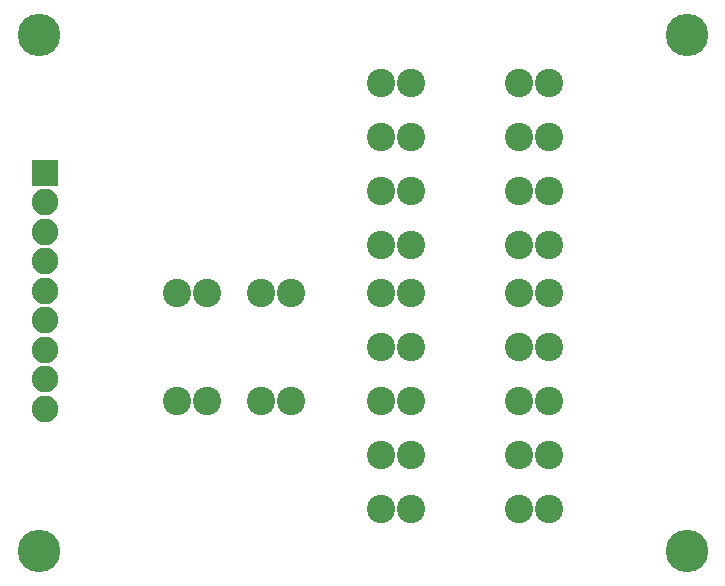
<source format=gbr>
G04 #@! TF.FileFunction,Soldermask,Bot*
%FSLAX46Y46*%
G04 Gerber Fmt 4.6, Leading zero omitted, Abs format (unit mm)*
G04 Created by KiCad (PCBNEW 4.0.7) date 05/30/18 05:48:27*
%MOMM*%
%LPD*%
G01*
G04 APERTURE LIST*
%ADD10C,0.100000*%
%ADD11C,3.600000*%
%ADD12R,2.250000X2.250000*%
%ADD13C,2.250000*%
%ADD14C,2.400000*%
G04 APERTURE END LIST*
D10*
D11*
X174752000Y-123952000D03*
D12*
X120396000Y-91948000D03*
D13*
X120396000Y-94448000D03*
X120396000Y-96948000D03*
X120396000Y-99448000D03*
X120396000Y-101948000D03*
X120396000Y-104448000D03*
X120396000Y-106948000D03*
X120396000Y-109448000D03*
X120396000Y-111948000D03*
D14*
X160528000Y-88900000D03*
X163068000Y-88900000D03*
X160528000Y-84328000D03*
X163068000Y-84328000D03*
X160528000Y-93472000D03*
X163068000Y-93472000D03*
X160528000Y-98044000D03*
X163068000Y-98044000D03*
X160528000Y-102108000D03*
X163068000Y-102108000D03*
X138684000Y-102108000D03*
X141224000Y-102108000D03*
X160528000Y-106680000D03*
X163068000Y-106680000D03*
X160528000Y-111252000D03*
X163068000Y-111252000D03*
X138684000Y-111252000D03*
X141224000Y-111252000D03*
X160528000Y-115824000D03*
X163068000Y-115824000D03*
X160528000Y-120396000D03*
X163068000Y-120396000D03*
X148844000Y-102108000D03*
X151384000Y-102108000D03*
X148844000Y-111252000D03*
X151384000Y-111252000D03*
X148844000Y-84328000D03*
X151384000Y-84328000D03*
X148844000Y-98044000D03*
X151384000Y-98044000D03*
X148844000Y-106680000D03*
X151384000Y-106680000D03*
X148844000Y-115824000D03*
X151384000Y-115824000D03*
X148844000Y-93472000D03*
X151384000Y-93472000D03*
X131572000Y-102108000D03*
X134112000Y-102108000D03*
X131572000Y-111252000D03*
X134112000Y-111252000D03*
X148844000Y-120396000D03*
X151384000Y-120396000D03*
D11*
X119888000Y-80264000D03*
X174752000Y-80264000D03*
X119888000Y-123952000D03*
D14*
X148844000Y-88900000D03*
X151384000Y-88900000D03*
M02*

</source>
